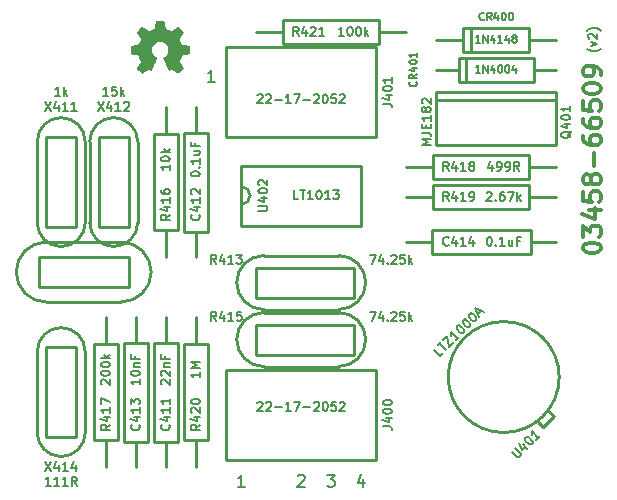
<source format=gto>
G04 (created by PCBNEW (22-Jun-2014 BZR 4027)-stable) date Sun 17 Dec 2017 11:45:39 PM CST*
%MOIN*%
G04 Gerber Fmt 3.4, Leading zero omitted, Abs format*
%FSLAX34Y34*%
G01*
G70*
G90*
G04 APERTURE LIST*
%ADD10C,0.00590551*%
%ADD11C,0.006*%
%ADD12C,0.012*%
%ADD13C,0.008*%
%ADD14C,0.01*%
%ADD15C,0.0001*%
%ADD16C,0.005*%
G04 APERTURE END LIST*
G54D10*
G54D11*
X91485Y-48299D02*
X91471Y-48314D01*
X91428Y-48342D01*
X91400Y-48357D01*
X91357Y-48371D01*
X91285Y-48385D01*
X91228Y-48385D01*
X91157Y-48371D01*
X91114Y-48357D01*
X91085Y-48342D01*
X91042Y-48314D01*
X91028Y-48299D01*
X91171Y-48214D02*
X91371Y-48142D01*
X91171Y-48071D01*
X91100Y-47971D02*
X91085Y-47957D01*
X91071Y-47928D01*
X91071Y-47857D01*
X91085Y-47828D01*
X91100Y-47814D01*
X91128Y-47800D01*
X91157Y-47800D01*
X91200Y-47814D01*
X91371Y-47985D01*
X91371Y-47800D01*
X91485Y-47700D02*
X91471Y-47685D01*
X91428Y-47657D01*
X91400Y-47642D01*
X91357Y-47628D01*
X91285Y-47614D01*
X91228Y-47614D01*
X91157Y-47628D01*
X91114Y-47642D01*
X91085Y-47657D01*
X91042Y-47685D01*
X91028Y-47700D01*
G54D12*
X90892Y-54971D02*
X90892Y-54914D01*
X90921Y-54857D01*
X90950Y-54828D01*
X91007Y-54800D01*
X91121Y-54771D01*
X91264Y-54771D01*
X91378Y-54800D01*
X91435Y-54828D01*
X91464Y-54857D01*
X91492Y-54914D01*
X91492Y-54971D01*
X91464Y-55028D01*
X91435Y-55057D01*
X91378Y-55085D01*
X91264Y-55114D01*
X91121Y-55114D01*
X91007Y-55085D01*
X90950Y-55057D01*
X90921Y-55028D01*
X90892Y-54971D01*
X90892Y-54571D02*
X90892Y-54200D01*
X91121Y-54400D01*
X91121Y-54314D01*
X91150Y-54257D01*
X91178Y-54228D01*
X91235Y-54200D01*
X91378Y-54200D01*
X91435Y-54228D01*
X91464Y-54257D01*
X91492Y-54314D01*
X91492Y-54485D01*
X91464Y-54542D01*
X91435Y-54571D01*
X91092Y-53685D02*
X91492Y-53685D01*
X90864Y-53828D02*
X91292Y-53971D01*
X91292Y-53600D01*
X90892Y-53085D02*
X90892Y-53371D01*
X91178Y-53400D01*
X91150Y-53371D01*
X91121Y-53314D01*
X91121Y-53171D01*
X91150Y-53114D01*
X91178Y-53085D01*
X91235Y-53057D01*
X91378Y-53057D01*
X91435Y-53085D01*
X91464Y-53114D01*
X91492Y-53171D01*
X91492Y-53314D01*
X91464Y-53371D01*
X91435Y-53400D01*
X91150Y-52714D02*
X91121Y-52771D01*
X91092Y-52800D01*
X91035Y-52828D01*
X91007Y-52828D01*
X90950Y-52800D01*
X90921Y-52771D01*
X90892Y-52714D01*
X90892Y-52600D01*
X90921Y-52542D01*
X90950Y-52514D01*
X91007Y-52485D01*
X91035Y-52485D01*
X91092Y-52514D01*
X91121Y-52542D01*
X91150Y-52600D01*
X91150Y-52714D01*
X91178Y-52771D01*
X91207Y-52800D01*
X91264Y-52828D01*
X91378Y-52828D01*
X91435Y-52800D01*
X91464Y-52771D01*
X91492Y-52714D01*
X91492Y-52600D01*
X91464Y-52542D01*
X91435Y-52514D01*
X91378Y-52485D01*
X91264Y-52485D01*
X91207Y-52514D01*
X91178Y-52542D01*
X91150Y-52600D01*
X91264Y-52228D02*
X91264Y-51771D01*
X90892Y-51228D02*
X90892Y-51342D01*
X90921Y-51400D01*
X90950Y-51428D01*
X91035Y-51485D01*
X91150Y-51514D01*
X91378Y-51514D01*
X91435Y-51485D01*
X91464Y-51457D01*
X91492Y-51400D01*
X91492Y-51285D01*
X91464Y-51228D01*
X91435Y-51200D01*
X91378Y-51171D01*
X91235Y-51171D01*
X91178Y-51200D01*
X91150Y-51228D01*
X91121Y-51285D01*
X91121Y-51400D01*
X91150Y-51457D01*
X91178Y-51485D01*
X91235Y-51514D01*
X90892Y-50657D02*
X90892Y-50771D01*
X90921Y-50828D01*
X90950Y-50857D01*
X91035Y-50914D01*
X91150Y-50942D01*
X91378Y-50942D01*
X91435Y-50914D01*
X91464Y-50885D01*
X91492Y-50828D01*
X91492Y-50714D01*
X91464Y-50657D01*
X91435Y-50628D01*
X91378Y-50599D01*
X91235Y-50599D01*
X91178Y-50628D01*
X91150Y-50657D01*
X91121Y-50714D01*
X91121Y-50828D01*
X91150Y-50885D01*
X91178Y-50914D01*
X91235Y-50942D01*
X90892Y-50057D02*
X90892Y-50342D01*
X91178Y-50371D01*
X91150Y-50342D01*
X91121Y-50285D01*
X91121Y-50142D01*
X91150Y-50085D01*
X91178Y-50057D01*
X91235Y-50028D01*
X91378Y-50028D01*
X91435Y-50057D01*
X91464Y-50085D01*
X91492Y-50142D01*
X91492Y-50285D01*
X91464Y-50342D01*
X91435Y-50371D01*
X90892Y-49657D02*
X90892Y-49599D01*
X90921Y-49542D01*
X90950Y-49514D01*
X91007Y-49485D01*
X91121Y-49457D01*
X91264Y-49457D01*
X91378Y-49485D01*
X91435Y-49514D01*
X91464Y-49542D01*
X91492Y-49599D01*
X91492Y-49657D01*
X91464Y-49714D01*
X91435Y-49742D01*
X91378Y-49771D01*
X91264Y-49799D01*
X91121Y-49799D01*
X91007Y-49771D01*
X90950Y-49742D01*
X90921Y-49714D01*
X90892Y-49657D01*
X91492Y-49171D02*
X91492Y-49057D01*
X91464Y-48999D01*
X91435Y-48971D01*
X91350Y-48914D01*
X91235Y-48885D01*
X91007Y-48885D01*
X90950Y-48914D01*
X90921Y-48942D01*
X90892Y-48999D01*
X90892Y-49114D01*
X90921Y-49171D01*
X90950Y-49199D01*
X91007Y-49228D01*
X91150Y-49228D01*
X91207Y-49199D01*
X91235Y-49171D01*
X91264Y-49114D01*
X91264Y-48999D01*
X91235Y-48942D01*
X91207Y-48914D01*
X91150Y-48885D01*
G54D13*
X78614Y-49411D02*
X78385Y-49411D01*
X78500Y-49411D02*
X78500Y-49011D01*
X78461Y-49069D01*
X78423Y-49107D01*
X78385Y-49126D01*
X83576Y-62645D02*
X83576Y-62911D01*
X83480Y-62492D02*
X83385Y-62778D01*
X83633Y-62778D01*
X82366Y-62511D02*
X82614Y-62511D01*
X82480Y-62664D01*
X82538Y-62664D01*
X82576Y-62683D01*
X82595Y-62702D01*
X82614Y-62740D01*
X82614Y-62835D01*
X82595Y-62873D01*
X82576Y-62892D01*
X82538Y-62911D01*
X82423Y-62911D01*
X82385Y-62892D01*
X82366Y-62873D01*
X81385Y-62550D02*
X81404Y-62530D01*
X81442Y-62511D01*
X81538Y-62511D01*
X81576Y-62530D01*
X81595Y-62550D01*
X81614Y-62588D01*
X81614Y-62626D01*
X81595Y-62683D01*
X81366Y-62911D01*
X81614Y-62911D01*
X79614Y-62911D02*
X79385Y-62911D01*
X79500Y-62911D02*
X79500Y-62511D01*
X79461Y-62569D01*
X79423Y-62607D01*
X79385Y-62626D01*
G54D14*
X90100Y-59250D02*
G75*
G03X90100Y-59250I-1850J0D01*
G74*
G01*
X89558Y-60911D02*
X89381Y-60734D01*
X89911Y-60558D02*
X89734Y-60381D01*
X89911Y-60558D02*
X89558Y-60911D01*
X86000Y-50000D02*
X86000Y-49750D01*
X86000Y-49750D02*
X90000Y-49750D01*
X90000Y-49750D02*
X90000Y-50000D01*
X86000Y-51500D02*
X86000Y-50000D01*
X86000Y-50000D02*
X90000Y-50000D01*
X90000Y-50000D02*
X90000Y-51500D01*
X90000Y-51500D02*
X86000Y-51500D01*
X74450Y-54100D02*
X74450Y-51400D01*
X76050Y-51400D02*
X76050Y-54100D01*
X76050Y-51400D02*
G75*
G03X75250Y-50600I-800J0D01*
G74*
G01*
X75250Y-50600D02*
G75*
G03X74450Y-51400I0J-800D01*
G74*
G01*
X75250Y-54900D02*
G75*
G03X76050Y-54100I0J800D01*
G74*
G01*
X74450Y-54100D02*
G75*
G03X75250Y-54900I800J0D01*
G74*
G01*
X75750Y-51250D02*
X75750Y-54250D01*
X75750Y-54250D02*
X74750Y-54250D01*
X74750Y-54250D02*
X74750Y-51250D01*
X74750Y-51250D02*
X75750Y-51250D01*
X72700Y-54100D02*
X72700Y-51400D01*
X74300Y-51400D02*
X74300Y-54100D01*
X74300Y-51400D02*
G75*
G03X73500Y-50600I-800J0D01*
G74*
G01*
X73500Y-50600D02*
G75*
G03X72700Y-51400I0J-800D01*
G74*
G01*
X73500Y-54900D02*
G75*
G03X74300Y-54100I0J800D01*
G74*
G01*
X72700Y-54100D02*
G75*
G03X73500Y-54900I800J0D01*
G74*
G01*
X74000Y-51250D02*
X74000Y-54250D01*
X74000Y-54250D02*
X73000Y-54250D01*
X73000Y-54250D02*
X73000Y-51250D01*
X73000Y-51250D02*
X74000Y-51250D01*
X74300Y-58400D02*
X74300Y-61100D01*
X72700Y-61100D02*
X72700Y-58400D01*
X72700Y-61100D02*
G75*
G03X73500Y-61900I800J0D01*
G74*
G01*
X73500Y-61900D02*
G75*
G03X74300Y-61100I0J800D01*
G74*
G01*
X73500Y-57600D02*
G75*
G03X72700Y-58400I0J-800D01*
G74*
G01*
X74300Y-58400D02*
G75*
G03X73500Y-57600I-800J0D01*
G74*
G01*
X73000Y-61250D02*
X73000Y-58250D01*
X73000Y-58250D02*
X74000Y-58250D01*
X74000Y-58250D02*
X74000Y-61250D01*
X74000Y-61250D02*
X73000Y-61250D01*
X79800Y-53200D02*
G75*
G03X79500Y-52900I-300J0D01*
G74*
G01*
X79500Y-53500D02*
G75*
G03X79800Y-53200I0J300D01*
G74*
G01*
X79500Y-52200D02*
X83500Y-52200D01*
X83500Y-52200D02*
X83500Y-54200D01*
X83500Y-54200D02*
X79500Y-54200D01*
X79500Y-54200D02*
X79500Y-52200D01*
X79000Y-59000D02*
X84000Y-59000D01*
X84000Y-59000D02*
X84000Y-62000D01*
X84000Y-62000D02*
X79000Y-62000D01*
X79000Y-62000D02*
X79000Y-59000D01*
X84000Y-51250D02*
X79000Y-51250D01*
X79000Y-51250D02*
X79000Y-48250D01*
X79000Y-48250D02*
X84000Y-48250D01*
X84000Y-48250D02*
X84000Y-51250D01*
X86500Y-48000D02*
X86000Y-48000D01*
X89500Y-48000D02*
X90000Y-48000D01*
X89100Y-48000D02*
X89500Y-48000D01*
X86900Y-48000D02*
X86500Y-48000D01*
X89100Y-47600D02*
X86900Y-47600D01*
X86900Y-48400D02*
X89100Y-48400D01*
X87150Y-48400D02*
X87150Y-47600D01*
X86900Y-48000D02*
X86900Y-48400D01*
X89100Y-48400D02*
X89100Y-48000D01*
X89100Y-48000D02*
X89100Y-47600D01*
X86900Y-47600D02*
X86900Y-48000D01*
X90000Y-49000D02*
X89250Y-49000D01*
X86750Y-49000D02*
X86000Y-49000D01*
X87000Y-49400D02*
X87000Y-48600D01*
X89250Y-48600D02*
X86750Y-48600D01*
X89250Y-49400D02*
X89250Y-48600D01*
X86750Y-49400D02*
X86750Y-48600D01*
X89250Y-49400D02*
X86750Y-49400D01*
X85500Y-52250D02*
X85000Y-52250D01*
X89500Y-52250D02*
X90000Y-52250D01*
X85500Y-52250D02*
X85900Y-52250D01*
X85900Y-52250D02*
X85900Y-51850D01*
X85900Y-51850D02*
X89100Y-51850D01*
X89100Y-51850D02*
X89100Y-52650D01*
X89100Y-52650D02*
X85900Y-52650D01*
X85900Y-52650D02*
X85900Y-52250D01*
X89500Y-52250D02*
X89100Y-52250D01*
X85500Y-53250D02*
X85000Y-53250D01*
X89500Y-53250D02*
X90000Y-53250D01*
X85500Y-53250D02*
X85900Y-53250D01*
X85900Y-53250D02*
X85900Y-52850D01*
X85900Y-52850D02*
X89100Y-52850D01*
X89100Y-52850D02*
X89100Y-53650D01*
X89100Y-53650D02*
X85900Y-53650D01*
X85900Y-53650D02*
X85900Y-53250D01*
X89500Y-53250D02*
X89100Y-53250D01*
X85000Y-54750D02*
X85850Y-54750D01*
X89150Y-54750D02*
X90000Y-54750D01*
X89150Y-55150D02*
X85850Y-55150D01*
X85850Y-55150D02*
X85850Y-54350D01*
X85850Y-54350D02*
X89150Y-54350D01*
X89150Y-54350D02*
X89150Y-55150D01*
X84500Y-47750D02*
X85000Y-47750D01*
X80500Y-47750D02*
X80000Y-47750D01*
X84500Y-47750D02*
X84100Y-47750D01*
X84100Y-47750D02*
X84100Y-48150D01*
X84100Y-48150D02*
X80900Y-48150D01*
X80900Y-48150D02*
X80900Y-47350D01*
X80900Y-47350D02*
X84100Y-47350D01*
X84100Y-47350D02*
X84100Y-47750D01*
X80500Y-47750D02*
X80900Y-47750D01*
X78000Y-55250D02*
X78000Y-54400D01*
X78000Y-51100D02*
X78000Y-50250D01*
X78400Y-51100D02*
X78400Y-54400D01*
X78400Y-54400D02*
X77600Y-54400D01*
X77600Y-54400D02*
X77600Y-51100D01*
X77600Y-51100D02*
X78400Y-51100D01*
X77000Y-54750D02*
X77000Y-55250D01*
X77000Y-50750D02*
X77000Y-50250D01*
X77000Y-54750D02*
X77000Y-54350D01*
X77000Y-54350D02*
X76600Y-54350D01*
X76600Y-54350D02*
X76600Y-51150D01*
X76600Y-51150D02*
X77400Y-51150D01*
X77400Y-51150D02*
X77400Y-54350D01*
X77400Y-54350D02*
X77000Y-54350D01*
X77000Y-50750D02*
X77000Y-51150D01*
X78000Y-57750D02*
X78000Y-57250D01*
X78000Y-61750D02*
X78000Y-62250D01*
X78000Y-57750D02*
X78000Y-58150D01*
X78000Y-58150D02*
X78400Y-58150D01*
X78400Y-58150D02*
X78400Y-61350D01*
X78400Y-61350D02*
X77600Y-61350D01*
X77600Y-61350D02*
X77600Y-58150D01*
X77600Y-58150D02*
X78000Y-58150D01*
X78000Y-61750D02*
X78000Y-61350D01*
X77000Y-62250D02*
X77000Y-61400D01*
X77000Y-58100D02*
X77000Y-57250D01*
X77400Y-58100D02*
X77400Y-61400D01*
X77400Y-61400D02*
X76600Y-61400D01*
X76600Y-61400D02*
X76600Y-58100D01*
X76600Y-58100D02*
X77400Y-58100D01*
X76000Y-62250D02*
X76000Y-61400D01*
X76000Y-58100D02*
X76000Y-57250D01*
X76400Y-58100D02*
X76400Y-61400D01*
X76400Y-61400D02*
X75600Y-61400D01*
X75600Y-61400D02*
X75600Y-58100D01*
X75600Y-58100D02*
X76400Y-58100D01*
X75000Y-61750D02*
X75000Y-62250D01*
X75000Y-57750D02*
X75000Y-57250D01*
X75000Y-61750D02*
X75000Y-61350D01*
X75000Y-61350D02*
X74600Y-61350D01*
X74600Y-61350D02*
X74600Y-58150D01*
X74600Y-58150D02*
X75400Y-58150D01*
X75400Y-58150D02*
X75400Y-61350D01*
X75400Y-61350D02*
X75000Y-61350D01*
X75000Y-57750D02*
X75000Y-58150D01*
X75750Y-56250D02*
X72750Y-56250D01*
X72750Y-56250D02*
X72750Y-55250D01*
X72750Y-55250D02*
X75750Y-55250D01*
X75750Y-55250D02*
X75750Y-56250D01*
X75500Y-54750D02*
X73000Y-54750D01*
X75500Y-56750D02*
X73000Y-56750D01*
X73000Y-54750D02*
G75*
G03X72000Y-55750I0J-1000D01*
G74*
G01*
X72000Y-55750D02*
G75*
G03X73000Y-56750I1000J0D01*
G74*
G01*
X75500Y-56750D02*
G75*
G03X76500Y-55750I0J1000D01*
G74*
G01*
X76500Y-55750D02*
G75*
G03X75500Y-54750I-1000J0D01*
G74*
G01*
X80000Y-55600D02*
X83250Y-55600D01*
X83250Y-56600D02*
X80000Y-56600D01*
X80250Y-55200D02*
X82750Y-55200D01*
X82750Y-57000D02*
X80250Y-57000D01*
X79350Y-56100D02*
G75*
G03X80250Y-57000I900J0D01*
G74*
G01*
X80250Y-55200D02*
G75*
G03X79350Y-56100I0J-900D01*
G74*
G01*
X83650Y-56100D02*
G75*
G03X82750Y-55200I-900J0D01*
G74*
G01*
X82750Y-57000D02*
G75*
G03X83650Y-56100I0J900D01*
G74*
G01*
X79350Y-56100D02*
G75*
G03X80250Y-57000I900J0D01*
G74*
G01*
X80000Y-56600D02*
X80000Y-55600D01*
X83250Y-55600D02*
X83250Y-56600D01*
X80000Y-57500D02*
X83250Y-57500D01*
X83250Y-58500D02*
X80000Y-58500D01*
X80250Y-57100D02*
X82750Y-57100D01*
X82750Y-58900D02*
X80250Y-58900D01*
X79350Y-58000D02*
G75*
G03X80250Y-58900I900J0D01*
G74*
G01*
X80250Y-57100D02*
G75*
G03X79350Y-58000I0J-900D01*
G74*
G01*
X83650Y-58000D02*
G75*
G03X82750Y-57100I-900J0D01*
G74*
G01*
X82750Y-58900D02*
G75*
G03X83650Y-58000I0J900D01*
G74*
G01*
X79350Y-58000D02*
G75*
G03X80250Y-58900I900J0D01*
G74*
G01*
X80000Y-58500D02*
X80000Y-57500D01*
X83250Y-57500D02*
X83250Y-58500D01*
G54D15*
G36*
X76204Y-49134D02*
X76214Y-49128D01*
X76237Y-49114D01*
X76270Y-49092D01*
X76309Y-49066D01*
X76348Y-49040D01*
X76380Y-49019D01*
X76402Y-49004D01*
X76412Y-48999D01*
X76417Y-49001D01*
X76435Y-49010D01*
X76462Y-49024D01*
X76478Y-49032D01*
X76502Y-49042D01*
X76515Y-49045D01*
X76517Y-49041D01*
X76526Y-49022D01*
X76540Y-48990D01*
X76558Y-48947D01*
X76580Y-48897D01*
X76602Y-48844D01*
X76625Y-48789D01*
X76647Y-48736D01*
X76666Y-48689D01*
X76682Y-48651D01*
X76692Y-48624D01*
X76696Y-48613D01*
X76695Y-48610D01*
X76682Y-48598D01*
X76661Y-48582D01*
X76614Y-48544D01*
X76568Y-48487D01*
X76540Y-48422D01*
X76531Y-48349D01*
X76539Y-48282D01*
X76565Y-48218D01*
X76610Y-48160D01*
X76665Y-48117D01*
X76729Y-48090D01*
X76800Y-48081D01*
X76868Y-48089D01*
X76934Y-48115D01*
X76992Y-48159D01*
X77017Y-48187D01*
X77051Y-48246D01*
X77070Y-48308D01*
X77072Y-48324D01*
X77069Y-48393D01*
X77049Y-48460D01*
X77012Y-48519D01*
X76961Y-48568D01*
X76955Y-48572D01*
X76932Y-48590D01*
X76916Y-48602D01*
X76904Y-48612D01*
X76992Y-48824D01*
X77006Y-48857D01*
X77030Y-48915D01*
X77051Y-48965D01*
X77068Y-49005D01*
X77080Y-49031D01*
X77085Y-49042D01*
X77085Y-49043D01*
X77093Y-49044D01*
X77109Y-49038D01*
X77139Y-49024D01*
X77158Y-49014D01*
X77181Y-49003D01*
X77191Y-48999D01*
X77200Y-49004D01*
X77221Y-49018D01*
X77253Y-49039D01*
X77291Y-49064D01*
X77327Y-49089D01*
X77360Y-49111D01*
X77384Y-49126D01*
X77396Y-49133D01*
X77398Y-49133D01*
X77408Y-49127D01*
X77427Y-49111D01*
X77456Y-49084D01*
X77497Y-49043D01*
X77503Y-49037D01*
X77537Y-49003D01*
X77564Y-48974D01*
X77582Y-48954D01*
X77589Y-48945D01*
X77589Y-48945D01*
X77583Y-48933D01*
X77568Y-48909D01*
X77546Y-48875D01*
X77519Y-48836D01*
X77449Y-48734D01*
X77487Y-48638D01*
X77499Y-48608D01*
X77514Y-48573D01*
X77525Y-48547D01*
X77531Y-48536D01*
X77541Y-48532D01*
X77568Y-48526D01*
X77606Y-48518D01*
X77651Y-48510D01*
X77695Y-48502D01*
X77734Y-48494D01*
X77762Y-48489D01*
X77775Y-48486D01*
X77778Y-48484D01*
X77781Y-48478D01*
X77782Y-48465D01*
X77783Y-48441D01*
X77784Y-48404D01*
X77784Y-48349D01*
X77784Y-48343D01*
X77783Y-48292D01*
X77782Y-48250D01*
X77781Y-48224D01*
X77779Y-48213D01*
X77779Y-48213D01*
X77767Y-48210D01*
X77739Y-48204D01*
X77700Y-48197D01*
X77653Y-48188D01*
X77650Y-48187D01*
X77604Y-48178D01*
X77565Y-48170D01*
X77537Y-48164D01*
X77526Y-48160D01*
X77523Y-48157D01*
X77514Y-48139D01*
X77501Y-48110D01*
X77485Y-48075D01*
X77470Y-48038D01*
X77457Y-48005D01*
X77448Y-47981D01*
X77445Y-47970D01*
X77446Y-47969D01*
X77453Y-47958D01*
X77469Y-47934D01*
X77491Y-47901D01*
X77518Y-47861D01*
X77520Y-47858D01*
X77547Y-47819D01*
X77569Y-47785D01*
X77583Y-47762D01*
X77589Y-47751D01*
X77589Y-47750D01*
X77580Y-47738D01*
X77560Y-47716D01*
X77531Y-47686D01*
X77497Y-47651D01*
X77486Y-47641D01*
X77447Y-47603D01*
X77421Y-47579D01*
X77404Y-47566D01*
X77396Y-47563D01*
X77396Y-47563D01*
X77384Y-47570D01*
X77359Y-47586D01*
X77326Y-47609D01*
X77286Y-47636D01*
X77283Y-47638D01*
X77244Y-47665D01*
X77211Y-47687D01*
X77188Y-47703D01*
X77177Y-47709D01*
X77176Y-47709D01*
X77160Y-47704D01*
X77132Y-47694D01*
X77097Y-47681D01*
X77061Y-47666D01*
X77028Y-47652D01*
X77003Y-47641D01*
X76991Y-47634D01*
X76991Y-47634D01*
X76987Y-47620D01*
X76980Y-47590D01*
X76972Y-47550D01*
X76962Y-47502D01*
X76961Y-47494D01*
X76952Y-47447D01*
X76945Y-47408D01*
X76939Y-47381D01*
X76936Y-47370D01*
X76930Y-47369D01*
X76907Y-47367D01*
X76872Y-47366D01*
X76829Y-47366D01*
X76785Y-47366D01*
X76742Y-47367D01*
X76705Y-47368D01*
X76678Y-47370D01*
X76667Y-47372D01*
X76667Y-47373D01*
X76663Y-47388D01*
X76656Y-47417D01*
X76648Y-47458D01*
X76639Y-47506D01*
X76637Y-47515D01*
X76628Y-47561D01*
X76620Y-47600D01*
X76615Y-47626D01*
X76612Y-47637D01*
X76607Y-47639D01*
X76588Y-47647D01*
X76557Y-47660D01*
X76518Y-47676D01*
X76428Y-47712D01*
X76317Y-47637D01*
X76307Y-47630D01*
X76267Y-47603D01*
X76235Y-47581D01*
X76212Y-47566D01*
X76203Y-47561D01*
X76202Y-47561D01*
X76191Y-47571D01*
X76169Y-47592D01*
X76139Y-47621D01*
X76104Y-47655D01*
X76079Y-47681D01*
X76048Y-47712D01*
X76029Y-47733D01*
X76018Y-47746D01*
X76015Y-47754D01*
X76016Y-47760D01*
X76023Y-47771D01*
X76039Y-47795D01*
X76062Y-47829D01*
X76089Y-47868D01*
X76111Y-47901D01*
X76135Y-47938D01*
X76150Y-47964D01*
X76156Y-47977D01*
X76154Y-47982D01*
X76147Y-48004D01*
X76133Y-48037D01*
X76117Y-48076D01*
X76078Y-48163D01*
X76021Y-48174D01*
X75986Y-48181D01*
X75938Y-48190D01*
X75891Y-48199D01*
X75819Y-48213D01*
X75816Y-48479D01*
X75827Y-48484D01*
X75838Y-48487D01*
X75865Y-48493D01*
X75903Y-48501D01*
X75949Y-48509D01*
X75987Y-48516D01*
X76026Y-48524D01*
X76054Y-48529D01*
X76066Y-48532D01*
X76070Y-48536D01*
X76079Y-48555D01*
X76093Y-48585D01*
X76109Y-48621D01*
X76124Y-48658D01*
X76138Y-48693D01*
X76147Y-48719D01*
X76151Y-48732D01*
X76146Y-48743D01*
X76131Y-48766D01*
X76110Y-48798D01*
X76083Y-48837D01*
X76057Y-48875D01*
X76034Y-48908D01*
X76019Y-48932D01*
X76012Y-48943D01*
X76016Y-48950D01*
X76031Y-48969D01*
X76060Y-48999D01*
X76104Y-49042D01*
X76111Y-49049D01*
X76145Y-49082D01*
X76174Y-49109D01*
X76195Y-49127D01*
X76204Y-49134D01*
X76204Y-49134D01*
G37*
G54D11*
X88510Y-61737D02*
X88681Y-61909D01*
X88712Y-61919D01*
X88732Y-61919D01*
X88762Y-61909D01*
X88803Y-61868D01*
X88813Y-61838D01*
X88813Y-61818D01*
X88803Y-61787D01*
X88631Y-61616D01*
X88893Y-61494D02*
X89035Y-61636D01*
X88762Y-61464D02*
X88863Y-61666D01*
X88994Y-61535D01*
X88974Y-61272D02*
X88994Y-61252D01*
X89025Y-61242D01*
X89045Y-61242D01*
X89075Y-61252D01*
X89126Y-61282D01*
X89176Y-61333D01*
X89207Y-61383D01*
X89217Y-61414D01*
X89217Y-61434D01*
X89207Y-61464D01*
X89186Y-61484D01*
X89156Y-61494D01*
X89136Y-61494D01*
X89106Y-61484D01*
X89055Y-61454D01*
X89005Y-61404D01*
X88974Y-61353D01*
X88964Y-61323D01*
X88964Y-61303D01*
X88974Y-61272D01*
X89459Y-61212D02*
X89338Y-61333D01*
X89399Y-61272D02*
X89186Y-61060D01*
X89196Y-61111D01*
X89196Y-61151D01*
X89186Y-61181D01*
X86224Y-58447D02*
X86123Y-58548D01*
X85911Y-58335D01*
X86052Y-58194D02*
X86174Y-58073D01*
X86325Y-58345D02*
X86113Y-58133D01*
X86224Y-58022D02*
X86366Y-57881D01*
X86436Y-58234D01*
X86578Y-58093D01*
X86770Y-57901D02*
X86648Y-58022D01*
X86709Y-57962D02*
X86497Y-57750D01*
X86507Y-57800D01*
X86507Y-57840D01*
X86497Y-57871D01*
X86689Y-57558D02*
X86709Y-57537D01*
X86739Y-57527D01*
X86760Y-57527D01*
X86790Y-57537D01*
X86840Y-57568D01*
X86891Y-57618D01*
X86921Y-57669D01*
X86931Y-57699D01*
X86931Y-57719D01*
X86921Y-57750D01*
X86901Y-57770D01*
X86871Y-57780D01*
X86851Y-57780D01*
X86820Y-57770D01*
X86770Y-57739D01*
X86719Y-57689D01*
X86689Y-57638D01*
X86679Y-57608D01*
X86679Y-57588D01*
X86689Y-57558D01*
X86891Y-57356D02*
X86911Y-57335D01*
X86941Y-57325D01*
X86962Y-57325D01*
X86992Y-57335D01*
X87042Y-57366D01*
X87093Y-57416D01*
X87123Y-57467D01*
X87133Y-57497D01*
X87133Y-57517D01*
X87123Y-57547D01*
X87103Y-57568D01*
X87073Y-57578D01*
X87053Y-57578D01*
X87022Y-57568D01*
X86972Y-57537D01*
X86921Y-57487D01*
X86891Y-57436D01*
X86881Y-57406D01*
X86881Y-57386D01*
X86891Y-57356D01*
X87093Y-57154D02*
X87113Y-57133D01*
X87143Y-57123D01*
X87164Y-57123D01*
X87194Y-57133D01*
X87244Y-57164D01*
X87295Y-57214D01*
X87325Y-57265D01*
X87335Y-57295D01*
X87335Y-57315D01*
X87325Y-57345D01*
X87305Y-57366D01*
X87275Y-57376D01*
X87255Y-57376D01*
X87224Y-57366D01*
X87174Y-57335D01*
X87123Y-57285D01*
X87093Y-57234D01*
X87083Y-57204D01*
X87083Y-57184D01*
X87093Y-57154D01*
X87396Y-57154D02*
X87497Y-57052D01*
X87436Y-57234D02*
X87295Y-56951D01*
X87578Y-57093D01*
X90500Y-51064D02*
X90485Y-51092D01*
X90457Y-51121D01*
X90414Y-51164D01*
X90400Y-51192D01*
X90400Y-51221D01*
X90471Y-51207D02*
X90457Y-51235D01*
X90428Y-51264D01*
X90371Y-51278D01*
X90271Y-51278D01*
X90214Y-51264D01*
X90185Y-51235D01*
X90171Y-51207D01*
X90171Y-51150D01*
X90185Y-51121D01*
X90214Y-51092D01*
X90271Y-51078D01*
X90371Y-51078D01*
X90428Y-51092D01*
X90457Y-51121D01*
X90471Y-51150D01*
X90471Y-51207D01*
X90271Y-50821D02*
X90471Y-50821D01*
X90157Y-50892D02*
X90371Y-50964D01*
X90371Y-50778D01*
X90171Y-50607D02*
X90171Y-50578D01*
X90185Y-50550D01*
X90200Y-50535D01*
X90228Y-50521D01*
X90285Y-50507D01*
X90357Y-50507D01*
X90414Y-50521D01*
X90442Y-50535D01*
X90457Y-50550D01*
X90471Y-50578D01*
X90471Y-50607D01*
X90457Y-50635D01*
X90442Y-50650D01*
X90414Y-50664D01*
X90357Y-50678D01*
X90285Y-50678D01*
X90228Y-50664D01*
X90200Y-50650D01*
X90185Y-50635D01*
X90171Y-50607D01*
X90471Y-50221D02*
X90471Y-50392D01*
X90471Y-50307D02*
X90171Y-50307D01*
X90214Y-50335D01*
X90242Y-50364D01*
X90257Y-50392D01*
X85821Y-51528D02*
X85521Y-51528D01*
X85735Y-51428D01*
X85521Y-51328D01*
X85821Y-51328D01*
X85521Y-51099D02*
X85735Y-51099D01*
X85778Y-51114D01*
X85807Y-51142D01*
X85821Y-51185D01*
X85821Y-51214D01*
X85664Y-50957D02*
X85664Y-50857D01*
X85821Y-50814D02*
X85821Y-50957D01*
X85521Y-50957D01*
X85521Y-50814D01*
X85821Y-50528D02*
X85821Y-50699D01*
X85821Y-50614D02*
X85521Y-50614D01*
X85564Y-50642D01*
X85592Y-50671D01*
X85607Y-50699D01*
X85650Y-50357D02*
X85635Y-50385D01*
X85621Y-50399D01*
X85592Y-50414D01*
X85578Y-50414D01*
X85550Y-50399D01*
X85535Y-50385D01*
X85521Y-50357D01*
X85521Y-50299D01*
X85535Y-50271D01*
X85550Y-50257D01*
X85578Y-50242D01*
X85592Y-50242D01*
X85621Y-50257D01*
X85635Y-50271D01*
X85650Y-50299D01*
X85650Y-50357D01*
X85664Y-50385D01*
X85678Y-50399D01*
X85707Y-50414D01*
X85764Y-50414D01*
X85792Y-50399D01*
X85807Y-50385D01*
X85821Y-50357D01*
X85821Y-50299D01*
X85807Y-50271D01*
X85792Y-50257D01*
X85764Y-50242D01*
X85707Y-50242D01*
X85678Y-50257D01*
X85664Y-50271D01*
X85650Y-50299D01*
X85550Y-50128D02*
X85535Y-50114D01*
X85521Y-50085D01*
X85521Y-50014D01*
X85535Y-49985D01*
X85550Y-49971D01*
X85578Y-49957D01*
X85607Y-49957D01*
X85650Y-49971D01*
X85821Y-50142D01*
X85821Y-49957D01*
X72971Y-50071D02*
X73171Y-50371D01*
X73171Y-50071D02*
X72971Y-50371D01*
X73414Y-50171D02*
X73414Y-50371D01*
X73342Y-50057D02*
X73271Y-50271D01*
X73457Y-50271D01*
X73728Y-50371D02*
X73557Y-50371D01*
X73642Y-50371D02*
X73642Y-50071D01*
X73614Y-50114D01*
X73585Y-50142D01*
X73557Y-50157D01*
X74014Y-50371D02*
X73842Y-50371D01*
X73928Y-50371D02*
X73928Y-50071D01*
X73900Y-50114D01*
X73871Y-50142D01*
X73842Y-50157D01*
X75071Y-49871D02*
X74900Y-49871D01*
X74985Y-49871D02*
X74985Y-49571D01*
X74957Y-49614D01*
X74928Y-49642D01*
X74900Y-49657D01*
X75342Y-49571D02*
X75200Y-49571D01*
X75185Y-49714D01*
X75200Y-49700D01*
X75228Y-49685D01*
X75300Y-49685D01*
X75328Y-49700D01*
X75342Y-49714D01*
X75357Y-49742D01*
X75357Y-49814D01*
X75342Y-49842D01*
X75328Y-49857D01*
X75300Y-49871D01*
X75228Y-49871D01*
X75200Y-49857D01*
X75185Y-49842D01*
X75485Y-49871D02*
X75485Y-49571D01*
X75514Y-49757D02*
X75600Y-49871D01*
X75600Y-49671D02*
X75485Y-49785D01*
X74721Y-50071D02*
X74921Y-50371D01*
X74921Y-50071D02*
X74721Y-50371D01*
X75164Y-50171D02*
X75164Y-50371D01*
X75092Y-50057D02*
X75021Y-50271D01*
X75207Y-50271D01*
X75478Y-50371D02*
X75307Y-50371D01*
X75392Y-50371D02*
X75392Y-50071D01*
X75364Y-50114D01*
X75335Y-50142D01*
X75307Y-50157D01*
X75592Y-50100D02*
X75607Y-50085D01*
X75635Y-50071D01*
X75707Y-50071D01*
X75735Y-50085D01*
X75750Y-50100D01*
X75764Y-50128D01*
X75764Y-50157D01*
X75750Y-50200D01*
X75578Y-50371D01*
X75764Y-50371D01*
X73464Y-49871D02*
X73292Y-49871D01*
X73378Y-49871D02*
X73378Y-49571D01*
X73350Y-49614D01*
X73321Y-49642D01*
X73292Y-49657D01*
X73592Y-49871D02*
X73592Y-49571D01*
X73621Y-49757D02*
X73707Y-49871D01*
X73707Y-49671D02*
X73592Y-49785D01*
X72971Y-62071D02*
X73171Y-62371D01*
X73171Y-62071D02*
X72971Y-62371D01*
X73414Y-62171D02*
X73414Y-62371D01*
X73342Y-62057D02*
X73271Y-62271D01*
X73457Y-62271D01*
X73728Y-62371D02*
X73557Y-62371D01*
X73642Y-62371D02*
X73642Y-62071D01*
X73614Y-62114D01*
X73585Y-62142D01*
X73557Y-62157D01*
X73985Y-62171D02*
X73985Y-62371D01*
X73914Y-62057D02*
X73842Y-62271D01*
X74028Y-62271D01*
X73150Y-62871D02*
X72978Y-62871D01*
X73064Y-62871D02*
X73064Y-62571D01*
X73035Y-62614D01*
X73007Y-62642D01*
X72978Y-62657D01*
X73435Y-62871D02*
X73264Y-62871D01*
X73350Y-62871D02*
X73350Y-62571D01*
X73321Y-62614D01*
X73292Y-62642D01*
X73264Y-62657D01*
X73721Y-62871D02*
X73550Y-62871D01*
X73635Y-62871D02*
X73635Y-62571D01*
X73607Y-62614D01*
X73578Y-62642D01*
X73550Y-62657D01*
X74021Y-62871D02*
X73921Y-62728D01*
X73850Y-62871D02*
X73850Y-62571D01*
X73964Y-62571D01*
X73992Y-62585D01*
X74007Y-62600D01*
X74021Y-62628D01*
X74021Y-62671D01*
X74007Y-62700D01*
X73992Y-62714D01*
X73964Y-62728D01*
X73850Y-62728D01*
X80071Y-53714D02*
X80314Y-53714D01*
X80342Y-53700D01*
X80357Y-53685D01*
X80371Y-53657D01*
X80371Y-53600D01*
X80357Y-53571D01*
X80342Y-53557D01*
X80314Y-53542D01*
X80071Y-53542D01*
X80171Y-53271D02*
X80371Y-53271D01*
X80057Y-53342D02*
X80271Y-53414D01*
X80271Y-53228D01*
X80071Y-53057D02*
X80071Y-53028D01*
X80085Y-53000D01*
X80100Y-52985D01*
X80128Y-52971D01*
X80185Y-52957D01*
X80257Y-52957D01*
X80314Y-52971D01*
X80342Y-52985D01*
X80357Y-53000D01*
X80371Y-53028D01*
X80371Y-53057D01*
X80357Y-53085D01*
X80342Y-53100D01*
X80314Y-53114D01*
X80257Y-53128D01*
X80185Y-53128D01*
X80128Y-53114D01*
X80100Y-53100D01*
X80085Y-53085D01*
X80071Y-53057D01*
X80100Y-52842D02*
X80085Y-52828D01*
X80071Y-52800D01*
X80071Y-52728D01*
X80085Y-52700D01*
X80100Y-52685D01*
X80128Y-52671D01*
X80157Y-52671D01*
X80200Y-52685D01*
X80371Y-52857D01*
X80371Y-52671D01*
X81407Y-53321D02*
X81264Y-53321D01*
X81264Y-53021D01*
X81464Y-53021D02*
X81635Y-53021D01*
X81550Y-53321D02*
X81550Y-53021D01*
X81892Y-53321D02*
X81721Y-53321D01*
X81807Y-53321D02*
X81807Y-53021D01*
X81778Y-53064D01*
X81750Y-53092D01*
X81721Y-53107D01*
X82078Y-53021D02*
X82107Y-53021D01*
X82135Y-53035D01*
X82150Y-53050D01*
X82164Y-53078D01*
X82178Y-53135D01*
X82178Y-53207D01*
X82164Y-53264D01*
X82150Y-53292D01*
X82135Y-53307D01*
X82107Y-53321D01*
X82078Y-53321D01*
X82050Y-53307D01*
X82035Y-53292D01*
X82021Y-53264D01*
X82007Y-53207D01*
X82007Y-53135D01*
X82021Y-53078D01*
X82035Y-53050D01*
X82050Y-53035D01*
X82078Y-53021D01*
X82464Y-53321D02*
X82292Y-53321D01*
X82378Y-53321D02*
X82378Y-53021D01*
X82350Y-53064D01*
X82321Y-53092D01*
X82292Y-53107D01*
X82564Y-53021D02*
X82749Y-53021D01*
X82649Y-53135D01*
X82692Y-53135D01*
X82721Y-53150D01*
X82735Y-53164D01*
X82749Y-53192D01*
X82749Y-53264D01*
X82735Y-53292D01*
X82721Y-53307D01*
X82692Y-53321D01*
X82607Y-53321D01*
X82578Y-53307D01*
X82564Y-53292D01*
X84221Y-60885D02*
X84435Y-60885D01*
X84478Y-60899D01*
X84507Y-60928D01*
X84521Y-60971D01*
X84521Y-60999D01*
X84321Y-60614D02*
X84521Y-60614D01*
X84207Y-60685D02*
X84421Y-60757D01*
X84421Y-60571D01*
X84221Y-60400D02*
X84221Y-60371D01*
X84235Y-60342D01*
X84250Y-60328D01*
X84278Y-60314D01*
X84335Y-60300D01*
X84407Y-60300D01*
X84464Y-60314D01*
X84492Y-60328D01*
X84507Y-60342D01*
X84521Y-60371D01*
X84521Y-60400D01*
X84507Y-60428D01*
X84492Y-60442D01*
X84464Y-60457D01*
X84407Y-60471D01*
X84335Y-60471D01*
X84278Y-60457D01*
X84250Y-60442D01*
X84235Y-60428D01*
X84221Y-60400D01*
X84221Y-60114D02*
X84221Y-60085D01*
X84235Y-60057D01*
X84250Y-60042D01*
X84278Y-60028D01*
X84335Y-60014D01*
X84407Y-60014D01*
X84464Y-60028D01*
X84492Y-60042D01*
X84507Y-60057D01*
X84521Y-60085D01*
X84521Y-60114D01*
X84507Y-60142D01*
X84492Y-60157D01*
X84464Y-60171D01*
X84407Y-60185D01*
X84335Y-60185D01*
X84278Y-60171D01*
X84250Y-60157D01*
X84235Y-60142D01*
X84221Y-60114D01*
X80042Y-60100D02*
X80057Y-60085D01*
X80085Y-60071D01*
X80157Y-60071D01*
X80185Y-60085D01*
X80200Y-60100D01*
X80214Y-60128D01*
X80214Y-60157D01*
X80200Y-60200D01*
X80028Y-60371D01*
X80214Y-60371D01*
X80328Y-60100D02*
X80342Y-60085D01*
X80371Y-60071D01*
X80442Y-60071D01*
X80471Y-60085D01*
X80485Y-60100D01*
X80500Y-60128D01*
X80500Y-60157D01*
X80485Y-60200D01*
X80314Y-60371D01*
X80500Y-60371D01*
X80628Y-60257D02*
X80857Y-60257D01*
X81157Y-60371D02*
X80985Y-60371D01*
X81071Y-60371D02*
X81071Y-60071D01*
X81042Y-60114D01*
X81014Y-60142D01*
X80985Y-60157D01*
X81257Y-60071D02*
X81457Y-60071D01*
X81328Y-60371D01*
X81571Y-60257D02*
X81800Y-60257D01*
X81928Y-60100D02*
X81942Y-60085D01*
X81971Y-60071D01*
X82042Y-60071D01*
X82071Y-60085D01*
X82085Y-60100D01*
X82100Y-60128D01*
X82100Y-60157D01*
X82085Y-60200D01*
X81914Y-60371D01*
X82100Y-60371D01*
X82285Y-60071D02*
X82314Y-60071D01*
X82342Y-60085D01*
X82357Y-60100D01*
X82371Y-60128D01*
X82385Y-60185D01*
X82385Y-60257D01*
X82371Y-60314D01*
X82357Y-60342D01*
X82342Y-60357D01*
X82314Y-60371D01*
X82285Y-60371D01*
X82257Y-60357D01*
X82242Y-60342D01*
X82228Y-60314D01*
X82214Y-60257D01*
X82214Y-60185D01*
X82228Y-60128D01*
X82242Y-60100D01*
X82257Y-60085D01*
X82285Y-60071D01*
X82657Y-60071D02*
X82514Y-60071D01*
X82500Y-60214D01*
X82514Y-60200D01*
X82542Y-60185D01*
X82614Y-60185D01*
X82642Y-60200D01*
X82657Y-60214D01*
X82671Y-60242D01*
X82671Y-60314D01*
X82657Y-60342D01*
X82642Y-60357D01*
X82614Y-60371D01*
X82542Y-60371D01*
X82514Y-60357D01*
X82500Y-60342D01*
X82785Y-60100D02*
X82800Y-60085D01*
X82828Y-60071D01*
X82900Y-60071D01*
X82928Y-60085D01*
X82942Y-60100D01*
X82957Y-60128D01*
X82957Y-60157D01*
X82942Y-60200D01*
X82771Y-60371D01*
X82957Y-60371D01*
X84221Y-50135D02*
X84435Y-50135D01*
X84478Y-50149D01*
X84507Y-50178D01*
X84521Y-50221D01*
X84521Y-50249D01*
X84321Y-49864D02*
X84521Y-49864D01*
X84207Y-49935D02*
X84421Y-50007D01*
X84421Y-49821D01*
X84221Y-49650D02*
X84221Y-49621D01*
X84235Y-49592D01*
X84250Y-49578D01*
X84278Y-49564D01*
X84335Y-49550D01*
X84407Y-49550D01*
X84464Y-49564D01*
X84492Y-49578D01*
X84507Y-49592D01*
X84521Y-49621D01*
X84521Y-49650D01*
X84507Y-49678D01*
X84492Y-49692D01*
X84464Y-49707D01*
X84407Y-49721D01*
X84335Y-49721D01*
X84278Y-49707D01*
X84250Y-49692D01*
X84235Y-49678D01*
X84221Y-49650D01*
X84521Y-49264D02*
X84521Y-49435D01*
X84521Y-49350D02*
X84221Y-49350D01*
X84264Y-49378D01*
X84292Y-49407D01*
X84307Y-49435D01*
X80042Y-49850D02*
X80057Y-49835D01*
X80085Y-49821D01*
X80157Y-49821D01*
X80185Y-49835D01*
X80200Y-49850D01*
X80214Y-49878D01*
X80214Y-49907D01*
X80200Y-49950D01*
X80028Y-50121D01*
X80214Y-50121D01*
X80328Y-49850D02*
X80342Y-49835D01*
X80371Y-49821D01*
X80442Y-49821D01*
X80471Y-49835D01*
X80485Y-49850D01*
X80500Y-49878D01*
X80500Y-49907D01*
X80485Y-49950D01*
X80314Y-50121D01*
X80500Y-50121D01*
X80628Y-50007D02*
X80857Y-50007D01*
X81157Y-50121D02*
X80985Y-50121D01*
X81071Y-50121D02*
X81071Y-49821D01*
X81042Y-49864D01*
X81014Y-49892D01*
X80985Y-49907D01*
X81257Y-49821D02*
X81457Y-49821D01*
X81328Y-50121D01*
X81571Y-50007D02*
X81800Y-50007D01*
X81928Y-49850D02*
X81942Y-49835D01*
X81971Y-49821D01*
X82042Y-49821D01*
X82071Y-49835D01*
X82085Y-49850D01*
X82100Y-49878D01*
X82100Y-49907D01*
X82085Y-49950D01*
X81914Y-50121D01*
X82100Y-50121D01*
X82285Y-49821D02*
X82314Y-49821D01*
X82342Y-49835D01*
X82357Y-49850D01*
X82371Y-49878D01*
X82385Y-49935D01*
X82385Y-50007D01*
X82371Y-50064D01*
X82357Y-50092D01*
X82342Y-50107D01*
X82314Y-50121D01*
X82285Y-50121D01*
X82257Y-50107D01*
X82242Y-50092D01*
X82228Y-50064D01*
X82214Y-50007D01*
X82214Y-49935D01*
X82228Y-49878D01*
X82242Y-49850D01*
X82257Y-49835D01*
X82285Y-49821D01*
X82657Y-49821D02*
X82514Y-49821D01*
X82500Y-49964D01*
X82514Y-49950D01*
X82542Y-49935D01*
X82614Y-49935D01*
X82642Y-49950D01*
X82657Y-49964D01*
X82671Y-49992D01*
X82671Y-50064D01*
X82657Y-50092D01*
X82642Y-50107D01*
X82614Y-50121D01*
X82542Y-50121D01*
X82514Y-50107D01*
X82500Y-50092D01*
X82785Y-49850D02*
X82800Y-49835D01*
X82828Y-49821D01*
X82900Y-49821D01*
X82928Y-49835D01*
X82942Y-49850D01*
X82957Y-49878D01*
X82957Y-49907D01*
X82942Y-49950D01*
X82771Y-50121D01*
X82957Y-50121D01*
G54D16*
X87595Y-47327D02*
X87583Y-47339D01*
X87547Y-47351D01*
X87523Y-47351D01*
X87488Y-47339D01*
X87464Y-47315D01*
X87452Y-47291D01*
X87440Y-47244D01*
X87440Y-47208D01*
X87452Y-47160D01*
X87464Y-47136D01*
X87488Y-47113D01*
X87523Y-47101D01*
X87547Y-47101D01*
X87583Y-47113D01*
X87595Y-47125D01*
X87845Y-47351D02*
X87761Y-47232D01*
X87702Y-47351D02*
X87702Y-47101D01*
X87797Y-47101D01*
X87821Y-47113D01*
X87833Y-47125D01*
X87845Y-47148D01*
X87845Y-47184D01*
X87833Y-47208D01*
X87821Y-47220D01*
X87797Y-47232D01*
X87702Y-47232D01*
X88059Y-47184D02*
X88059Y-47351D01*
X88000Y-47089D02*
X87940Y-47267D01*
X88095Y-47267D01*
X88238Y-47101D02*
X88261Y-47101D01*
X88285Y-47113D01*
X88297Y-47125D01*
X88309Y-47148D01*
X88321Y-47196D01*
X88321Y-47255D01*
X88309Y-47303D01*
X88297Y-47327D01*
X88285Y-47339D01*
X88261Y-47351D01*
X88238Y-47351D01*
X88214Y-47339D01*
X88202Y-47327D01*
X88190Y-47303D01*
X88178Y-47255D01*
X88178Y-47196D01*
X88190Y-47148D01*
X88202Y-47125D01*
X88214Y-47113D01*
X88238Y-47101D01*
X88476Y-47101D02*
X88500Y-47101D01*
X88523Y-47113D01*
X88535Y-47125D01*
X88547Y-47148D01*
X88559Y-47196D01*
X88559Y-47255D01*
X88547Y-47303D01*
X88535Y-47327D01*
X88523Y-47339D01*
X88500Y-47351D01*
X88476Y-47351D01*
X88452Y-47339D01*
X88440Y-47327D01*
X88428Y-47303D01*
X88416Y-47255D01*
X88416Y-47196D01*
X88428Y-47148D01*
X88440Y-47125D01*
X88452Y-47113D01*
X88476Y-47101D01*
X87464Y-48101D02*
X87321Y-48101D01*
X87392Y-48101D02*
X87392Y-47851D01*
X87369Y-47886D01*
X87345Y-47910D01*
X87321Y-47922D01*
X87571Y-48101D02*
X87571Y-47851D01*
X87714Y-48101D01*
X87714Y-47851D01*
X87940Y-47934D02*
X87940Y-48101D01*
X87880Y-47839D02*
X87821Y-48017D01*
X87976Y-48017D01*
X88202Y-48101D02*
X88059Y-48101D01*
X88130Y-48101D02*
X88130Y-47851D01*
X88107Y-47886D01*
X88083Y-47910D01*
X88059Y-47922D01*
X88416Y-47934D02*
X88416Y-48101D01*
X88357Y-47839D02*
X88297Y-48017D01*
X88452Y-48017D01*
X88583Y-47958D02*
X88559Y-47946D01*
X88547Y-47934D01*
X88535Y-47910D01*
X88535Y-47898D01*
X88547Y-47875D01*
X88559Y-47863D01*
X88583Y-47851D01*
X88630Y-47851D01*
X88654Y-47863D01*
X88666Y-47875D01*
X88678Y-47898D01*
X88678Y-47910D01*
X88666Y-47934D01*
X88654Y-47946D01*
X88630Y-47958D01*
X88583Y-47958D01*
X88559Y-47970D01*
X88547Y-47982D01*
X88535Y-48005D01*
X88535Y-48053D01*
X88547Y-48077D01*
X88559Y-48089D01*
X88583Y-48101D01*
X88630Y-48101D01*
X88654Y-48089D01*
X88666Y-48077D01*
X88678Y-48053D01*
X88678Y-48005D01*
X88666Y-47982D01*
X88654Y-47970D01*
X88630Y-47958D01*
X85327Y-49404D02*
X85339Y-49416D01*
X85351Y-49452D01*
X85351Y-49476D01*
X85339Y-49511D01*
X85315Y-49535D01*
X85291Y-49547D01*
X85244Y-49559D01*
X85208Y-49559D01*
X85160Y-49547D01*
X85136Y-49535D01*
X85113Y-49511D01*
X85101Y-49476D01*
X85101Y-49452D01*
X85113Y-49416D01*
X85125Y-49404D01*
X85351Y-49154D02*
X85232Y-49238D01*
X85351Y-49297D02*
X85101Y-49297D01*
X85101Y-49202D01*
X85113Y-49178D01*
X85125Y-49166D01*
X85148Y-49154D01*
X85184Y-49154D01*
X85208Y-49166D01*
X85220Y-49178D01*
X85232Y-49202D01*
X85232Y-49297D01*
X85184Y-48940D02*
X85351Y-48940D01*
X85089Y-49000D02*
X85267Y-49059D01*
X85267Y-48904D01*
X85101Y-48761D02*
X85101Y-48738D01*
X85113Y-48714D01*
X85125Y-48702D01*
X85148Y-48690D01*
X85196Y-48678D01*
X85255Y-48678D01*
X85303Y-48690D01*
X85327Y-48702D01*
X85339Y-48714D01*
X85351Y-48738D01*
X85351Y-48761D01*
X85339Y-48785D01*
X85327Y-48797D01*
X85303Y-48809D01*
X85255Y-48821D01*
X85196Y-48821D01*
X85148Y-48809D01*
X85125Y-48797D01*
X85113Y-48785D01*
X85101Y-48761D01*
X85351Y-48440D02*
X85351Y-48583D01*
X85351Y-48511D02*
X85101Y-48511D01*
X85136Y-48535D01*
X85160Y-48559D01*
X85172Y-48583D01*
X87464Y-49101D02*
X87321Y-49101D01*
X87392Y-49101D02*
X87392Y-48851D01*
X87369Y-48886D01*
X87345Y-48910D01*
X87321Y-48922D01*
X87571Y-49101D02*
X87571Y-48851D01*
X87714Y-49101D01*
X87714Y-48851D01*
X87940Y-48934D02*
X87940Y-49101D01*
X87880Y-48839D02*
X87821Y-49017D01*
X87976Y-49017D01*
X88119Y-48851D02*
X88142Y-48851D01*
X88166Y-48863D01*
X88178Y-48875D01*
X88190Y-48898D01*
X88202Y-48946D01*
X88202Y-49005D01*
X88190Y-49053D01*
X88178Y-49077D01*
X88166Y-49089D01*
X88142Y-49101D01*
X88119Y-49101D01*
X88095Y-49089D01*
X88083Y-49077D01*
X88071Y-49053D01*
X88059Y-49005D01*
X88059Y-48946D01*
X88071Y-48898D01*
X88083Y-48875D01*
X88095Y-48863D01*
X88119Y-48851D01*
X88357Y-48851D02*
X88380Y-48851D01*
X88404Y-48863D01*
X88416Y-48875D01*
X88428Y-48898D01*
X88440Y-48946D01*
X88440Y-49005D01*
X88428Y-49053D01*
X88416Y-49077D01*
X88404Y-49089D01*
X88380Y-49101D01*
X88357Y-49101D01*
X88333Y-49089D01*
X88321Y-49077D01*
X88309Y-49053D01*
X88297Y-49005D01*
X88297Y-48946D01*
X88309Y-48898D01*
X88321Y-48875D01*
X88333Y-48863D01*
X88357Y-48851D01*
X88654Y-48934D02*
X88654Y-49101D01*
X88595Y-48839D02*
X88535Y-49017D01*
X88690Y-49017D01*
G54D11*
X86414Y-52371D02*
X86314Y-52228D01*
X86242Y-52371D02*
X86242Y-52071D01*
X86357Y-52071D01*
X86385Y-52085D01*
X86400Y-52100D01*
X86414Y-52128D01*
X86414Y-52171D01*
X86400Y-52200D01*
X86385Y-52214D01*
X86357Y-52228D01*
X86242Y-52228D01*
X86671Y-52171D02*
X86671Y-52371D01*
X86600Y-52057D02*
X86528Y-52271D01*
X86714Y-52271D01*
X86985Y-52371D02*
X86814Y-52371D01*
X86900Y-52371D02*
X86900Y-52071D01*
X86871Y-52114D01*
X86842Y-52142D01*
X86814Y-52157D01*
X87157Y-52200D02*
X87128Y-52185D01*
X87114Y-52171D01*
X87100Y-52142D01*
X87100Y-52128D01*
X87114Y-52100D01*
X87128Y-52085D01*
X87157Y-52071D01*
X87214Y-52071D01*
X87242Y-52085D01*
X87257Y-52100D01*
X87271Y-52128D01*
X87271Y-52142D01*
X87257Y-52171D01*
X87242Y-52185D01*
X87214Y-52200D01*
X87157Y-52200D01*
X87128Y-52214D01*
X87114Y-52228D01*
X87100Y-52257D01*
X87100Y-52314D01*
X87114Y-52342D01*
X87128Y-52357D01*
X87157Y-52371D01*
X87214Y-52371D01*
X87242Y-52357D01*
X87257Y-52342D01*
X87271Y-52314D01*
X87271Y-52257D01*
X87257Y-52228D01*
X87242Y-52214D01*
X87214Y-52200D01*
X87871Y-52171D02*
X87871Y-52371D01*
X87800Y-52057D02*
X87728Y-52271D01*
X87914Y-52271D01*
X88042Y-52371D02*
X88100Y-52371D01*
X88128Y-52357D01*
X88142Y-52342D01*
X88171Y-52300D01*
X88185Y-52242D01*
X88185Y-52128D01*
X88171Y-52100D01*
X88157Y-52085D01*
X88128Y-52071D01*
X88071Y-52071D01*
X88042Y-52085D01*
X88028Y-52100D01*
X88014Y-52128D01*
X88014Y-52200D01*
X88028Y-52228D01*
X88042Y-52242D01*
X88071Y-52257D01*
X88128Y-52257D01*
X88157Y-52242D01*
X88171Y-52228D01*
X88185Y-52200D01*
X88328Y-52371D02*
X88385Y-52371D01*
X88414Y-52357D01*
X88428Y-52342D01*
X88457Y-52300D01*
X88471Y-52242D01*
X88471Y-52128D01*
X88457Y-52100D01*
X88442Y-52085D01*
X88414Y-52071D01*
X88357Y-52071D01*
X88328Y-52085D01*
X88314Y-52100D01*
X88300Y-52128D01*
X88300Y-52200D01*
X88314Y-52228D01*
X88328Y-52242D01*
X88357Y-52257D01*
X88414Y-52257D01*
X88442Y-52242D01*
X88457Y-52228D01*
X88471Y-52200D01*
X88771Y-52371D02*
X88671Y-52228D01*
X88600Y-52371D02*
X88600Y-52071D01*
X88714Y-52071D01*
X88742Y-52085D01*
X88757Y-52100D01*
X88771Y-52128D01*
X88771Y-52171D01*
X88757Y-52200D01*
X88742Y-52214D01*
X88714Y-52228D01*
X88600Y-52228D01*
X86414Y-53371D02*
X86314Y-53228D01*
X86242Y-53371D02*
X86242Y-53071D01*
X86357Y-53071D01*
X86385Y-53085D01*
X86400Y-53100D01*
X86414Y-53128D01*
X86414Y-53171D01*
X86400Y-53200D01*
X86385Y-53214D01*
X86357Y-53228D01*
X86242Y-53228D01*
X86671Y-53171D02*
X86671Y-53371D01*
X86600Y-53057D02*
X86528Y-53271D01*
X86714Y-53271D01*
X86985Y-53371D02*
X86814Y-53371D01*
X86900Y-53371D02*
X86900Y-53071D01*
X86871Y-53114D01*
X86842Y-53142D01*
X86814Y-53157D01*
X87128Y-53371D02*
X87185Y-53371D01*
X87214Y-53357D01*
X87228Y-53342D01*
X87257Y-53300D01*
X87271Y-53242D01*
X87271Y-53128D01*
X87257Y-53100D01*
X87242Y-53085D01*
X87214Y-53071D01*
X87157Y-53071D01*
X87128Y-53085D01*
X87114Y-53100D01*
X87100Y-53128D01*
X87100Y-53200D01*
X87114Y-53228D01*
X87128Y-53242D01*
X87157Y-53257D01*
X87214Y-53257D01*
X87242Y-53242D01*
X87257Y-53228D01*
X87271Y-53200D01*
X87685Y-53100D02*
X87700Y-53085D01*
X87728Y-53071D01*
X87800Y-53071D01*
X87828Y-53085D01*
X87842Y-53100D01*
X87857Y-53128D01*
X87857Y-53157D01*
X87842Y-53200D01*
X87671Y-53371D01*
X87857Y-53371D01*
X87985Y-53342D02*
X88000Y-53357D01*
X87985Y-53371D01*
X87971Y-53357D01*
X87985Y-53342D01*
X87985Y-53371D01*
X88257Y-53071D02*
X88200Y-53071D01*
X88171Y-53085D01*
X88157Y-53100D01*
X88128Y-53142D01*
X88114Y-53200D01*
X88114Y-53314D01*
X88128Y-53342D01*
X88142Y-53357D01*
X88171Y-53371D01*
X88228Y-53371D01*
X88257Y-53357D01*
X88271Y-53342D01*
X88285Y-53314D01*
X88285Y-53242D01*
X88271Y-53214D01*
X88257Y-53200D01*
X88228Y-53185D01*
X88171Y-53185D01*
X88142Y-53200D01*
X88128Y-53214D01*
X88114Y-53242D01*
X88385Y-53071D02*
X88585Y-53071D01*
X88457Y-53371D01*
X88700Y-53371D02*
X88700Y-53071D01*
X88728Y-53257D02*
X88814Y-53371D01*
X88814Y-53171D02*
X88700Y-53285D01*
X86414Y-54842D02*
X86400Y-54857D01*
X86357Y-54871D01*
X86328Y-54871D01*
X86285Y-54857D01*
X86257Y-54828D01*
X86242Y-54800D01*
X86228Y-54742D01*
X86228Y-54700D01*
X86242Y-54642D01*
X86257Y-54614D01*
X86285Y-54585D01*
X86328Y-54571D01*
X86357Y-54571D01*
X86400Y-54585D01*
X86414Y-54600D01*
X86671Y-54671D02*
X86671Y-54871D01*
X86600Y-54557D02*
X86528Y-54771D01*
X86714Y-54771D01*
X86985Y-54871D02*
X86814Y-54871D01*
X86900Y-54871D02*
X86900Y-54571D01*
X86871Y-54614D01*
X86842Y-54642D01*
X86814Y-54657D01*
X87242Y-54671D02*
X87242Y-54871D01*
X87171Y-54557D02*
X87100Y-54771D01*
X87285Y-54771D01*
X87757Y-54571D02*
X87785Y-54571D01*
X87814Y-54585D01*
X87828Y-54600D01*
X87842Y-54628D01*
X87857Y-54685D01*
X87857Y-54757D01*
X87842Y-54814D01*
X87828Y-54842D01*
X87814Y-54857D01*
X87785Y-54871D01*
X87757Y-54871D01*
X87728Y-54857D01*
X87714Y-54842D01*
X87700Y-54814D01*
X87685Y-54757D01*
X87685Y-54685D01*
X87700Y-54628D01*
X87714Y-54600D01*
X87728Y-54585D01*
X87757Y-54571D01*
X87985Y-54842D02*
X88000Y-54857D01*
X87985Y-54871D01*
X87971Y-54857D01*
X87985Y-54842D01*
X87985Y-54871D01*
X88285Y-54871D02*
X88114Y-54871D01*
X88200Y-54871D02*
X88200Y-54571D01*
X88171Y-54614D01*
X88142Y-54642D01*
X88114Y-54657D01*
X88542Y-54671D02*
X88542Y-54871D01*
X88414Y-54671D02*
X88414Y-54828D01*
X88428Y-54857D01*
X88457Y-54871D01*
X88500Y-54871D01*
X88528Y-54857D01*
X88542Y-54842D01*
X88785Y-54714D02*
X88685Y-54714D01*
X88685Y-54871D02*
X88685Y-54571D01*
X88828Y-54571D01*
X81414Y-47871D02*
X81314Y-47728D01*
X81242Y-47871D02*
X81242Y-47571D01*
X81357Y-47571D01*
X81385Y-47585D01*
X81400Y-47600D01*
X81414Y-47628D01*
X81414Y-47671D01*
X81400Y-47700D01*
X81385Y-47714D01*
X81357Y-47728D01*
X81242Y-47728D01*
X81671Y-47671D02*
X81671Y-47871D01*
X81600Y-47557D02*
X81528Y-47771D01*
X81714Y-47771D01*
X81814Y-47600D02*
X81828Y-47585D01*
X81857Y-47571D01*
X81928Y-47571D01*
X81957Y-47585D01*
X81971Y-47600D01*
X81985Y-47628D01*
X81985Y-47657D01*
X81971Y-47700D01*
X81800Y-47871D01*
X81985Y-47871D01*
X82271Y-47871D02*
X82100Y-47871D01*
X82185Y-47871D02*
X82185Y-47571D01*
X82157Y-47614D01*
X82128Y-47642D01*
X82100Y-47657D01*
X82928Y-47871D02*
X82757Y-47871D01*
X82842Y-47871D02*
X82842Y-47571D01*
X82814Y-47614D01*
X82785Y-47642D01*
X82757Y-47657D01*
X83114Y-47571D02*
X83142Y-47571D01*
X83171Y-47585D01*
X83185Y-47600D01*
X83200Y-47628D01*
X83214Y-47685D01*
X83214Y-47757D01*
X83200Y-47814D01*
X83185Y-47842D01*
X83171Y-47857D01*
X83142Y-47871D01*
X83114Y-47871D01*
X83085Y-47857D01*
X83071Y-47842D01*
X83057Y-47814D01*
X83042Y-47757D01*
X83042Y-47685D01*
X83057Y-47628D01*
X83071Y-47600D01*
X83085Y-47585D01*
X83114Y-47571D01*
X83400Y-47571D02*
X83428Y-47571D01*
X83457Y-47585D01*
X83471Y-47600D01*
X83485Y-47628D01*
X83500Y-47685D01*
X83500Y-47757D01*
X83485Y-47814D01*
X83471Y-47842D01*
X83457Y-47857D01*
X83428Y-47871D01*
X83400Y-47871D01*
X83371Y-47857D01*
X83357Y-47842D01*
X83342Y-47814D01*
X83328Y-47757D01*
X83328Y-47685D01*
X83342Y-47628D01*
X83357Y-47600D01*
X83371Y-47585D01*
X83400Y-47571D01*
X83628Y-47871D02*
X83628Y-47571D01*
X83657Y-47757D02*
X83742Y-47871D01*
X83742Y-47671D02*
X83628Y-47785D01*
X78092Y-53835D02*
X78107Y-53850D01*
X78121Y-53892D01*
X78121Y-53921D01*
X78107Y-53964D01*
X78078Y-53992D01*
X78050Y-54007D01*
X77992Y-54021D01*
X77950Y-54021D01*
X77892Y-54007D01*
X77864Y-53992D01*
X77835Y-53964D01*
X77821Y-53921D01*
X77821Y-53892D01*
X77835Y-53850D01*
X77850Y-53835D01*
X77921Y-53578D02*
X78121Y-53578D01*
X77807Y-53650D02*
X78021Y-53721D01*
X78021Y-53535D01*
X78121Y-53264D02*
X78121Y-53435D01*
X78121Y-53350D02*
X77821Y-53350D01*
X77864Y-53378D01*
X77892Y-53407D01*
X77907Y-53435D01*
X77850Y-53150D02*
X77835Y-53135D01*
X77821Y-53107D01*
X77821Y-53035D01*
X77835Y-53007D01*
X77850Y-52992D01*
X77878Y-52978D01*
X77907Y-52978D01*
X77950Y-52992D01*
X78121Y-53164D01*
X78121Y-52978D01*
X77821Y-52492D02*
X77821Y-52464D01*
X77835Y-52435D01*
X77850Y-52421D01*
X77878Y-52407D01*
X77935Y-52392D01*
X78007Y-52392D01*
X78064Y-52407D01*
X78092Y-52421D01*
X78107Y-52435D01*
X78121Y-52464D01*
X78121Y-52492D01*
X78107Y-52521D01*
X78092Y-52535D01*
X78064Y-52549D01*
X78007Y-52564D01*
X77935Y-52564D01*
X77878Y-52549D01*
X77850Y-52535D01*
X77835Y-52521D01*
X77821Y-52492D01*
X78092Y-52264D02*
X78107Y-52250D01*
X78121Y-52264D01*
X78107Y-52278D01*
X78092Y-52264D01*
X78121Y-52264D01*
X78121Y-51964D02*
X78121Y-52135D01*
X78121Y-52050D02*
X77821Y-52050D01*
X77864Y-52078D01*
X77892Y-52107D01*
X77907Y-52135D01*
X77921Y-51707D02*
X78121Y-51707D01*
X77921Y-51835D02*
X78078Y-51835D01*
X78107Y-51821D01*
X78121Y-51792D01*
X78121Y-51750D01*
X78107Y-51721D01*
X78092Y-51707D01*
X77964Y-51464D02*
X77964Y-51564D01*
X78121Y-51564D02*
X77821Y-51564D01*
X77821Y-51421D01*
X77121Y-53835D02*
X76978Y-53935D01*
X77121Y-54007D02*
X76821Y-54007D01*
X76821Y-53892D01*
X76835Y-53864D01*
X76850Y-53850D01*
X76878Y-53835D01*
X76921Y-53835D01*
X76950Y-53850D01*
X76964Y-53864D01*
X76978Y-53892D01*
X76978Y-54007D01*
X76921Y-53578D02*
X77121Y-53578D01*
X76807Y-53650D02*
X77021Y-53721D01*
X77021Y-53535D01*
X77121Y-53264D02*
X77121Y-53435D01*
X77121Y-53350D02*
X76821Y-53350D01*
X76864Y-53378D01*
X76892Y-53407D01*
X76907Y-53435D01*
X76821Y-53007D02*
X76821Y-53064D01*
X76835Y-53092D01*
X76850Y-53107D01*
X76892Y-53135D01*
X76950Y-53150D01*
X77064Y-53150D01*
X77092Y-53135D01*
X77107Y-53121D01*
X77121Y-53092D01*
X77121Y-53035D01*
X77107Y-53007D01*
X77092Y-52992D01*
X77064Y-52978D01*
X76992Y-52978D01*
X76964Y-52992D01*
X76950Y-53007D01*
X76935Y-53035D01*
X76935Y-53092D01*
X76950Y-53121D01*
X76964Y-53135D01*
X76992Y-53150D01*
X77121Y-52178D02*
X77121Y-52349D01*
X77121Y-52264D02*
X76821Y-52264D01*
X76864Y-52292D01*
X76892Y-52321D01*
X76907Y-52349D01*
X76821Y-51992D02*
X76821Y-51964D01*
X76835Y-51935D01*
X76850Y-51921D01*
X76878Y-51907D01*
X76935Y-51892D01*
X77007Y-51892D01*
X77064Y-51907D01*
X77092Y-51921D01*
X77107Y-51935D01*
X77121Y-51964D01*
X77121Y-51992D01*
X77107Y-52021D01*
X77092Y-52035D01*
X77064Y-52049D01*
X77007Y-52064D01*
X76935Y-52064D01*
X76878Y-52049D01*
X76850Y-52035D01*
X76835Y-52021D01*
X76821Y-51992D01*
X77121Y-51764D02*
X76821Y-51764D01*
X77007Y-51735D02*
X77121Y-51650D01*
X76921Y-51650D02*
X77035Y-51764D01*
X78121Y-60835D02*
X77978Y-60935D01*
X78121Y-61007D02*
X77821Y-61007D01*
X77821Y-60892D01*
X77835Y-60864D01*
X77850Y-60850D01*
X77878Y-60835D01*
X77921Y-60835D01*
X77950Y-60850D01*
X77964Y-60864D01*
X77978Y-60892D01*
X77978Y-61007D01*
X77921Y-60578D02*
X78121Y-60578D01*
X77807Y-60650D02*
X78021Y-60721D01*
X78021Y-60535D01*
X77850Y-60435D02*
X77835Y-60421D01*
X77821Y-60392D01*
X77821Y-60321D01*
X77835Y-60292D01*
X77850Y-60278D01*
X77878Y-60264D01*
X77907Y-60264D01*
X77950Y-60278D01*
X78121Y-60450D01*
X78121Y-60264D01*
X77821Y-60078D02*
X77821Y-60050D01*
X77835Y-60021D01*
X77850Y-60007D01*
X77878Y-59992D01*
X77935Y-59978D01*
X78007Y-59978D01*
X78064Y-59992D01*
X78092Y-60007D01*
X78107Y-60021D01*
X78121Y-60050D01*
X78121Y-60078D01*
X78107Y-60107D01*
X78092Y-60121D01*
X78064Y-60135D01*
X78007Y-60150D01*
X77935Y-60150D01*
X77878Y-60135D01*
X77850Y-60121D01*
X77835Y-60107D01*
X77821Y-60078D01*
X78121Y-59085D02*
X78121Y-59257D01*
X78121Y-59171D02*
X77821Y-59171D01*
X77864Y-59199D01*
X77892Y-59228D01*
X77907Y-59257D01*
X78121Y-58957D02*
X77821Y-58957D01*
X78035Y-58857D01*
X77821Y-58757D01*
X78121Y-58757D01*
X77092Y-60835D02*
X77107Y-60850D01*
X77121Y-60892D01*
X77121Y-60921D01*
X77107Y-60964D01*
X77078Y-60992D01*
X77050Y-61007D01*
X76992Y-61021D01*
X76950Y-61021D01*
X76892Y-61007D01*
X76864Y-60992D01*
X76835Y-60964D01*
X76821Y-60921D01*
X76821Y-60892D01*
X76835Y-60850D01*
X76850Y-60835D01*
X76921Y-60578D02*
X77121Y-60578D01*
X76807Y-60650D02*
X77021Y-60721D01*
X77021Y-60535D01*
X77121Y-60264D02*
X77121Y-60435D01*
X77121Y-60350D02*
X76821Y-60350D01*
X76864Y-60378D01*
X76892Y-60407D01*
X76907Y-60435D01*
X77121Y-59978D02*
X77121Y-60150D01*
X77121Y-60064D02*
X76821Y-60064D01*
X76864Y-60092D01*
X76892Y-60121D01*
X76907Y-60150D01*
X76850Y-59492D02*
X76835Y-59478D01*
X76821Y-59450D01*
X76821Y-59378D01*
X76835Y-59350D01*
X76850Y-59335D01*
X76878Y-59321D01*
X76907Y-59321D01*
X76950Y-59335D01*
X77121Y-59507D01*
X77121Y-59321D01*
X76850Y-59207D02*
X76835Y-59192D01*
X76821Y-59164D01*
X76821Y-59092D01*
X76835Y-59064D01*
X76850Y-59050D01*
X76878Y-59035D01*
X76907Y-59035D01*
X76950Y-59050D01*
X77121Y-59221D01*
X77121Y-59035D01*
X76921Y-58907D02*
X77121Y-58907D01*
X76950Y-58907D02*
X76935Y-58892D01*
X76921Y-58864D01*
X76921Y-58821D01*
X76935Y-58792D01*
X76964Y-58778D01*
X77121Y-58778D01*
X76964Y-58535D02*
X76964Y-58635D01*
X77121Y-58635D02*
X76821Y-58635D01*
X76821Y-58492D01*
X76092Y-60835D02*
X76107Y-60850D01*
X76121Y-60892D01*
X76121Y-60921D01*
X76107Y-60964D01*
X76078Y-60992D01*
X76050Y-61007D01*
X75992Y-61021D01*
X75950Y-61021D01*
X75892Y-61007D01*
X75864Y-60992D01*
X75835Y-60964D01*
X75821Y-60921D01*
X75821Y-60892D01*
X75835Y-60850D01*
X75850Y-60835D01*
X75921Y-60578D02*
X76121Y-60578D01*
X75807Y-60650D02*
X76021Y-60721D01*
X76021Y-60535D01*
X76121Y-60264D02*
X76121Y-60435D01*
X76121Y-60350D02*
X75821Y-60350D01*
X75864Y-60378D01*
X75892Y-60407D01*
X75907Y-60435D01*
X75821Y-60164D02*
X75821Y-59978D01*
X75935Y-60078D01*
X75935Y-60035D01*
X75950Y-60007D01*
X75964Y-59992D01*
X75992Y-59978D01*
X76064Y-59978D01*
X76092Y-59992D01*
X76107Y-60007D01*
X76121Y-60035D01*
X76121Y-60121D01*
X76107Y-60150D01*
X76092Y-60164D01*
X76121Y-59321D02*
X76121Y-59492D01*
X76121Y-59407D02*
X75821Y-59407D01*
X75864Y-59435D01*
X75892Y-59464D01*
X75907Y-59492D01*
X75821Y-59135D02*
X75821Y-59107D01*
X75835Y-59078D01*
X75850Y-59064D01*
X75878Y-59050D01*
X75935Y-59035D01*
X76007Y-59035D01*
X76064Y-59050D01*
X76092Y-59064D01*
X76107Y-59078D01*
X76121Y-59107D01*
X76121Y-59135D01*
X76107Y-59164D01*
X76092Y-59178D01*
X76064Y-59192D01*
X76007Y-59207D01*
X75935Y-59207D01*
X75878Y-59192D01*
X75850Y-59178D01*
X75835Y-59164D01*
X75821Y-59135D01*
X75921Y-58907D02*
X76121Y-58907D01*
X75950Y-58907D02*
X75935Y-58892D01*
X75921Y-58864D01*
X75921Y-58821D01*
X75935Y-58792D01*
X75964Y-58778D01*
X76121Y-58778D01*
X75964Y-58535D02*
X75964Y-58635D01*
X76121Y-58635D02*
X75821Y-58635D01*
X75821Y-58492D01*
X75121Y-60835D02*
X74978Y-60935D01*
X75121Y-61007D02*
X74821Y-61007D01*
X74821Y-60892D01*
X74835Y-60864D01*
X74850Y-60850D01*
X74878Y-60835D01*
X74921Y-60835D01*
X74950Y-60850D01*
X74964Y-60864D01*
X74978Y-60892D01*
X74978Y-61007D01*
X74921Y-60578D02*
X75121Y-60578D01*
X74807Y-60650D02*
X75021Y-60721D01*
X75021Y-60535D01*
X75121Y-60264D02*
X75121Y-60435D01*
X75121Y-60350D02*
X74821Y-60350D01*
X74864Y-60378D01*
X74892Y-60407D01*
X74907Y-60435D01*
X74821Y-60164D02*
X74821Y-59964D01*
X75121Y-60092D01*
X74850Y-59492D02*
X74835Y-59478D01*
X74821Y-59449D01*
X74821Y-59378D01*
X74835Y-59349D01*
X74850Y-59335D01*
X74878Y-59321D01*
X74907Y-59321D01*
X74950Y-59335D01*
X75121Y-59507D01*
X75121Y-59321D01*
X74821Y-59135D02*
X74821Y-59107D01*
X74835Y-59078D01*
X74850Y-59064D01*
X74878Y-59049D01*
X74935Y-59035D01*
X75007Y-59035D01*
X75064Y-59049D01*
X75092Y-59064D01*
X75107Y-59078D01*
X75121Y-59107D01*
X75121Y-59135D01*
X75107Y-59164D01*
X75092Y-59178D01*
X75064Y-59192D01*
X75007Y-59207D01*
X74935Y-59207D01*
X74878Y-59192D01*
X74850Y-59178D01*
X74835Y-59164D01*
X74821Y-59135D01*
X74821Y-58850D02*
X74821Y-58821D01*
X74835Y-58792D01*
X74850Y-58778D01*
X74878Y-58764D01*
X74935Y-58750D01*
X75007Y-58750D01*
X75064Y-58764D01*
X75092Y-58778D01*
X75107Y-58792D01*
X75121Y-58821D01*
X75121Y-58850D01*
X75107Y-58878D01*
X75092Y-58892D01*
X75064Y-58907D01*
X75007Y-58921D01*
X74935Y-58921D01*
X74878Y-58907D01*
X74850Y-58892D01*
X74835Y-58878D01*
X74821Y-58850D01*
X75121Y-58621D02*
X74821Y-58621D01*
X75007Y-58592D02*
X75121Y-58507D01*
X74921Y-58507D02*
X75035Y-58621D01*
X78664Y-55471D02*
X78564Y-55328D01*
X78492Y-55471D02*
X78492Y-55171D01*
X78607Y-55171D01*
X78635Y-55185D01*
X78650Y-55200D01*
X78664Y-55228D01*
X78664Y-55271D01*
X78650Y-55300D01*
X78635Y-55314D01*
X78607Y-55328D01*
X78492Y-55328D01*
X78921Y-55271D02*
X78921Y-55471D01*
X78850Y-55157D02*
X78778Y-55371D01*
X78964Y-55371D01*
X79235Y-55471D02*
X79064Y-55471D01*
X79150Y-55471D02*
X79150Y-55171D01*
X79121Y-55214D01*
X79092Y-55242D01*
X79064Y-55257D01*
X79335Y-55171D02*
X79521Y-55171D01*
X79421Y-55285D01*
X79464Y-55285D01*
X79492Y-55300D01*
X79507Y-55314D01*
X79521Y-55342D01*
X79521Y-55414D01*
X79507Y-55442D01*
X79492Y-55457D01*
X79464Y-55471D01*
X79378Y-55471D01*
X79350Y-55457D01*
X79335Y-55442D01*
X83778Y-55171D02*
X83978Y-55171D01*
X83850Y-55471D01*
X84221Y-55271D02*
X84221Y-55471D01*
X84150Y-55157D02*
X84078Y-55371D01*
X84264Y-55371D01*
X84378Y-55442D02*
X84392Y-55457D01*
X84378Y-55471D01*
X84364Y-55457D01*
X84378Y-55442D01*
X84378Y-55471D01*
X84507Y-55200D02*
X84521Y-55185D01*
X84550Y-55171D01*
X84621Y-55171D01*
X84650Y-55185D01*
X84664Y-55200D01*
X84678Y-55228D01*
X84678Y-55257D01*
X84664Y-55300D01*
X84492Y-55471D01*
X84678Y-55471D01*
X84950Y-55171D02*
X84807Y-55171D01*
X84792Y-55314D01*
X84807Y-55300D01*
X84835Y-55285D01*
X84907Y-55285D01*
X84935Y-55300D01*
X84950Y-55314D01*
X84964Y-55342D01*
X84964Y-55414D01*
X84950Y-55442D01*
X84935Y-55457D01*
X84907Y-55471D01*
X84835Y-55471D01*
X84807Y-55457D01*
X84792Y-55442D01*
X85092Y-55471D02*
X85092Y-55171D01*
X85121Y-55357D02*
X85207Y-55471D01*
X85207Y-55271D02*
X85092Y-55385D01*
X78664Y-57371D02*
X78564Y-57228D01*
X78492Y-57371D02*
X78492Y-57071D01*
X78607Y-57071D01*
X78635Y-57085D01*
X78650Y-57100D01*
X78664Y-57128D01*
X78664Y-57171D01*
X78650Y-57200D01*
X78635Y-57214D01*
X78607Y-57228D01*
X78492Y-57228D01*
X78921Y-57171D02*
X78921Y-57371D01*
X78850Y-57057D02*
X78778Y-57271D01*
X78964Y-57271D01*
X79235Y-57371D02*
X79064Y-57371D01*
X79150Y-57371D02*
X79150Y-57071D01*
X79121Y-57114D01*
X79092Y-57142D01*
X79064Y-57157D01*
X79507Y-57071D02*
X79364Y-57071D01*
X79350Y-57214D01*
X79364Y-57200D01*
X79392Y-57185D01*
X79464Y-57185D01*
X79492Y-57200D01*
X79507Y-57214D01*
X79521Y-57242D01*
X79521Y-57314D01*
X79507Y-57342D01*
X79492Y-57357D01*
X79464Y-57371D01*
X79392Y-57371D01*
X79364Y-57357D01*
X79350Y-57342D01*
X83778Y-57071D02*
X83978Y-57071D01*
X83850Y-57371D01*
X84221Y-57171D02*
X84221Y-57371D01*
X84150Y-57057D02*
X84078Y-57271D01*
X84264Y-57271D01*
X84378Y-57342D02*
X84392Y-57357D01*
X84378Y-57371D01*
X84364Y-57357D01*
X84378Y-57342D01*
X84378Y-57371D01*
X84507Y-57100D02*
X84521Y-57085D01*
X84550Y-57071D01*
X84621Y-57071D01*
X84650Y-57085D01*
X84664Y-57100D01*
X84678Y-57128D01*
X84678Y-57157D01*
X84664Y-57200D01*
X84492Y-57371D01*
X84678Y-57371D01*
X84950Y-57071D02*
X84807Y-57071D01*
X84792Y-57214D01*
X84807Y-57200D01*
X84835Y-57185D01*
X84907Y-57185D01*
X84935Y-57200D01*
X84950Y-57214D01*
X84964Y-57242D01*
X84964Y-57314D01*
X84950Y-57342D01*
X84935Y-57357D01*
X84907Y-57371D01*
X84835Y-57371D01*
X84807Y-57357D01*
X84792Y-57342D01*
X85092Y-57371D02*
X85092Y-57071D01*
X85121Y-57257D02*
X85207Y-57371D01*
X85207Y-57171D02*
X85092Y-57285D01*
M02*

</source>
